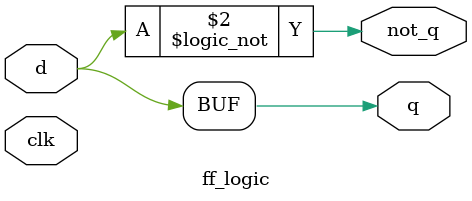
<source format=v>
module ff_logic(input wire clk, input wire d, output reg q, output reg not_q);
    initial begin
	    q <= 0;
	    not_q <= 1;
	end
	always@(clk) 
	begin
	    q <= d;
	    not_q <= !d;
	end
endmodule

</source>
